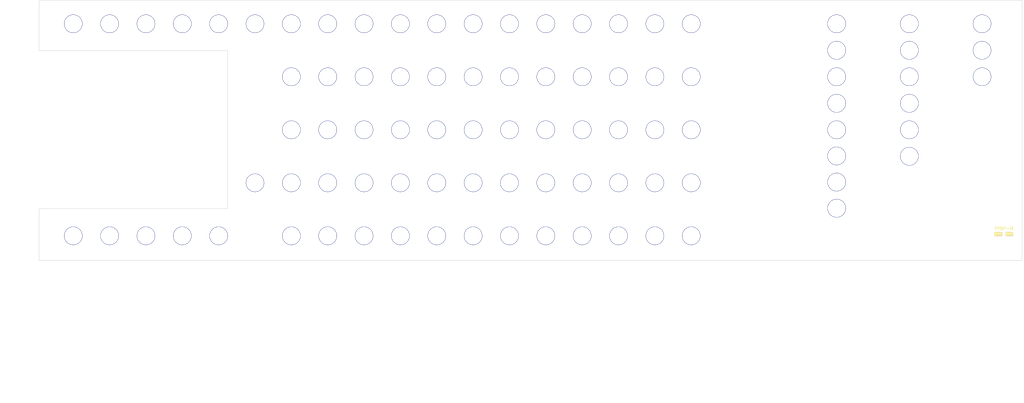
<source format=kicad_pcb>
(kicad_pcb (version 3) (host pcbnew "(2013-07-07 BZR 4022)-stable")

  (general
    (links 0)
    (no_connects 0)
    (area 8.849999 64.049999 290.550001 175.050001)
    (thickness 1.6)
    (drawings 21)
    (tracks 0)
    (zones 0)
    (modules 91)
    (nets 1)
  )

  (page A4)
  (layers
    (15 F.Cu signal)
    (0 B.Cu signal)
    (16 B.Adhes user)
    (17 F.Adhes user)
    (18 B.Paste user)
    (19 F.Paste user)
    (20 B.SilkS user)
    (21 F.SilkS user)
    (22 B.Mask user)
    (23 F.Mask user)
    (24 Dwgs.User user)
    (25 Cmts.User user)
    (26 Eco1.User user)
    (27 Eco2.User user)
    (28 Edge.Cuts user)
  )

  (setup
    (last_trace_width 0.508)
    (trace_clearance 0.254)
    (zone_clearance 0.508)
    (zone_45_only no)
    (trace_min 0.254)
    (segment_width 0.1)
    (edge_width 0.1)
    (via_size 0.889)
    (via_drill 0.635)
    (via_min_size 0.889)
    (via_min_drill 0.508)
    (uvia_size 0.508)
    (uvia_drill 0.127)
    (uvias_allowed no)
    (uvia_min_size 0.508)
    (uvia_min_drill 0.127)
    (pcb_text_width 0.3)
    (pcb_text_size 1.5 1.5)
    (mod_edge_width 0.01)
    (mod_text_size 1 1)
    (mod_text_width 0.15)
    (pad_size 2.032 1.032)
    (pad_drill 0)
    (pad_to_mask_clearance 0)
    (aux_axis_origin 0 0)
    (visible_elements 7FFFFB3F)
    (pcbplotparams
      (layerselection 278953984)
      (usegerberextensions true)
      (excludeedgelayer false)
      (linewidth 0.150000)
      (plotframeref false)
      (viasonmask false)
      (mode 1)
      (useauxorigin false)
      (hpglpennumber 1)
      (hpglpenspeed 20)
      (hpglpendiameter 15)
      (hpglpenoverlay 2)
      (psnegative false)
      (psa4output false)
      (plotreference true)
      (plotvalue true)
      (plotothertext true)
      (plotinvisibletext false)
      (padsonsilk false)
      (subtractmaskfromsilk true)
      (outputformat 1)
      (mirror false)
      (drillshape 0)
      (scaleselection 1)
      (outputdirectory gerber20190414/cover8/))
  )

  (net 0 "")

  (net_class Default "This is the default net class."
    (clearance 0.254)
    (trace_width 0.508)
    (via_dia 0.889)
    (via_drill 0.635)
    (uvia_dia 0.508)
    (uvia_drill 0.127)
    (add_net "")
  )

  (net_class Strong ""
    (clearance 0.381)
    (trace_width 0.508)
    (via_dia 0.889)
    (via_drill 0.635)
    (uvia_dia 0.508)
    (uvia_drill 0.127)
  )

  (module 1PIN_SMD (layer F.Cu) (tedit 5CD9B0D5) (tstamp 5CDA6C90)
    (at 286.5 128.5)
    (descr "module 1 pin (ou trou mecanique de percage)")
    (tags DEV)
    (path 1pin)
    (fp_text reference 1PIN_SMD (at 0 -3.50012) (layer F.SilkS) hide
      (effects (font (size 1.016 1.016) (thickness 0.254)))
    )
    (fp_text value P*** (at 0.24892 3.74904) (layer F.SilkS) hide
      (effects (font (size 1.016 1.016) (thickness 0.254)))
    )
    (pad 1 smd rect (at 0 0) (size 2.032 1.032)
      (layers F.Cu F.Paste F.SilkS F.Mask)
    )
  )

  (module 1PIN_SMD (layer F.Cu) (tedit 5CD9B061) (tstamp 5CDA6C02)
    (at 283.5 128.5)
    (descr "module 1 pin (ou trou mecanique de percage)")
    (tags DEV)
    (path 1pin)
    (fp_text reference 1PIN_SMD (at 0 -3.50012) (layer F.SilkS) hide
      (effects (font (size 1.016 1.016) (thickness 0.254)))
    )
    (fp_text value P*** (at 0.24892 3.74904) (layer F.SilkS) hide
      (effects (font (size 1.016 1.016) (thickness 0.254)))
    )
    (pad 1 smd rect (at 0 0) (size 2.032 1.032)
      (layers F.Cu F.Paste F.SilkS F.Mask)
    )
  )

  (module PIDP8-LED-COVER (layer F.Cu) (tedit 5C1F8BDD) (tstamp 548F22E4)
    (at 169 99.8)
    (descr "LED 3mm - Lead pitch 100mil (2,54mm)")
    (tags "LED led 3mm 3MM 100mil 2,54mm")
    (path /548EF5B2)
    (fp_text reference DMB9 (at 0 -5.5372) (layer F.SilkS) hide
      (effects (font (size 0.7 0.7) (thickness 0.025)))
    )
    (fp_text value LED (at 0 2.54) (layer F.SilkS) hide
      (effects (font (size 0.762 0.762) (thickness 0.0889)))
    )
    (pad "" np_thru_hole circle (at 0 0) (size 5.03 5.03) (drill 4.85)
      (layers *.Cu F.Mask)
    )
    (model discret/leds/led3_vertical_verde.wrl
      (at (xyz 0 0 0))
      (scale (xyz 1 1 1))
      (rotate (xyz 0 0 0))
    )
  )

  (module PIDP8-LED-COVER (layer F.Cu) (tedit 5C1F8BDD) (tstamp 548F22CB)
    (at 179 99.8)
    (descr "LED 3mm - Lead pitch 100mil (2,54mm)")
    (tags "LED led 3mm 3MM 100mil 2,54mm")
    (path /548EF5B8)
    (fp_text reference DMB10 (at 0 -5.5372) (layer F.SilkS) hide
      (effects (font (size 0.7 0.7) (thickness 0.025)))
    )
    (fp_text value LED (at 0 2.54) (layer F.SilkS) hide
      (effects (font (size 0.762 0.762) (thickness 0.0889)))
    )
    (pad "" np_thru_hole circle (at 0 0) (size 5.03 5.03) (drill 4.85)
      (layers *.Cu F.Mask)
    )
    (model discret/leds/led3_vertical_verde.wrl
      (at (xyz 0 0 0))
      (scale (xyz 1 1 1))
      (rotate (xyz 0 0 0))
    )
  )

  (module PIDP8-LED-COVER (layer F.Cu) (tedit 5C1F8BDD) (tstamp 548F22B2)
    (at 189 99.8)
    (descr "LED 3mm - Lead pitch 100mil (2,54mm)")
    (tags "LED led 3mm 3MM 100mil 2,54mm")
    (path /548EF5BE)
    (fp_text reference DMB11 (at 0 -5.5372) (layer F.SilkS) hide
      (effects (font (size 0.7 0.7) (thickness 0.025)))
    )
    (fp_text value LED (at 0 2.54) (layer F.SilkS) hide
      (effects (font (size 0.762 0.762) (thickness 0.0889)))
    )
    (pad "" np_thru_hole circle (at 0 0) (size 5.03 5.03) (drill 4.85)
      (layers *.Cu F.Mask)
    )
    (model discret/leds/led3_vertical_verde.wrl
      (at (xyz 0 0 0))
      (scale (xyz 1 1 1))
      (rotate (xyz 0 0 0))
    )
  )

  (module PIDP8-LED-COVER (layer F.Cu) (tedit 5C1F8BDD) (tstamp 548F2299)
    (at 199 99.8)
    (descr "LED 3mm - Lead pitch 100mil (2,54mm)")
    (tags "LED led 3mm 3MM 100mil 2,54mm")
    (path /548EF5C4)
    (fp_text reference DMB12 (at 0 -5.5372) (layer F.SilkS) hide
      (effects (font (size 0.7 0.7) (thickness 0.025)))
    )
    (fp_text value LED (at 0 2.54) (layer F.SilkS) hide
      (effects (font (size 0.762 0.762) (thickness 0.0889)))
    )
    (pad "" np_thru_hole circle (at 0 0) (size 5.03 5.03) (drill 4.85)
      (layers *.Cu F.Mask)
    )
    (model discret/leds/led3_vertical_verde.wrl
      (at (xyz 0 0 0))
      (scale (xyz 1 1 1))
      (rotate (xyz 0 0 0))
    )
  )

  (module PIDP8-LED-COVER (layer F.Cu) (tedit 5C1F8BDD) (tstamp 548F2280)
    (at 89 114.4)
    (descr "LED 3mm - Lead pitch 100mil (2,54mm)")
    (tags "LED led 3mm 3MM 100mil 2,54mm")
    (path /548EF5CC)
    (fp_text reference DAC1 (at 0 -5.5372) (layer F.SilkS) hide
      (effects (font (size 0.7 0.7) (thickness 0.025)))
    )
    (fp_text value LED (at 0 2.54) (layer F.SilkS) hide
      (effects (font (size 0.762 0.762) (thickness 0.0889)))
    )
    (pad "" np_thru_hole circle (at 0 0) (size 5.03 5.03) (drill 4.85)
      (layers *.Cu F.Mask)
    )
    (model discret/leds/led3_vertical_verde.wrl
      (at (xyz 0 0 0))
      (scale (xyz 1 1 1))
      (rotate (xyz 0 0 0))
    )
  )

  (module PIDP8-LED-COVER (layer F.Cu) (tedit 5C1F8BDD) (tstamp 548F2267)
    (at 99 114.4)
    (descr "LED 3mm - Lead pitch 100mil (2,54mm)")
    (tags "LED led 3mm 3MM 100mil 2,54mm")
    (path /548EF5E5)
    (fp_text reference DAC2 (at 0 -5.5372) (layer F.SilkS) hide
      (effects (font (size 0.7 0.7) (thickness 0.025)))
    )
    (fp_text value LED (at 0 2.54) (layer F.SilkS) hide
      (effects (font (size 0.762 0.762) (thickness 0.0889)))
    )
    (pad "" np_thru_hole circle (at 0 0) (size 5.03 5.03) (drill 4.85)
      (layers *.Cu F.Mask)
    )
    (model discret/leds/led3_vertical_verde.wrl
      (at (xyz 0 0 0))
      (scale (xyz 1 1 1))
      (rotate (xyz 0 0 0))
    )
  )

  (module PIDP8-LED-COVER (layer F.Cu) (tedit 5C1F8BDD) (tstamp 548F224E)
    (at 109 114.4)
    (descr "LED 3mm - Lead pitch 100mil (2,54mm)")
    (tags "LED led 3mm 3MM 100mil 2,54mm")
    (path /548EF5EB)
    (fp_text reference DAC3 (at 0 -5.5372) (layer F.SilkS) hide
      (effects (font (size 0.7 0.7) (thickness 0.025)))
    )
    (fp_text value LED (at 0 2.54) (layer F.SilkS) hide
      (effects (font (size 0.762 0.762) (thickness 0.0889)))
    )
    (pad "" np_thru_hole circle (at 0 0) (size 5.03 5.03) (drill 4.85)
      (layers *.Cu F.Mask)
    )
    (model discret/leds/led3_vertical_verde.wrl
      (at (xyz 0 0 0))
      (scale (xyz 1 1 1))
      (rotate (xyz 0 0 0))
    )
  )

  (module PIDP8-LED-COVER (layer F.Cu) (tedit 5C1F8BDD) (tstamp 548F2235)
    (at 119 114.4)
    (descr "LED 3mm - Lead pitch 100mil (2,54mm)")
    (tags "LED led 3mm 3MM 100mil 2,54mm")
    (path /548EF5F1)
    (fp_text reference DAC4 (at 0 -5.5372) (layer F.SilkS) hide
      (effects (font (size 0.7 0.7) (thickness 0.025)))
    )
    (fp_text value LED (at 0 2.54) (layer F.SilkS) hide
      (effects (font (size 0.762 0.762) (thickness 0.0889)))
    )
    (pad "" np_thru_hole circle (at 0 0) (size 5.03 5.03) (drill 4.85)
      (layers *.Cu F.Mask)
    )
    (model discret/leds/led3_vertical_verde.wrl
      (at (xyz 0 0 0))
      (scale (xyz 1 1 1))
      (rotate (xyz 0 0 0))
    )
  )

  (module PIDP8-LED-COVER (layer F.Cu) (tedit 5C1F8BDD) (tstamp 548F221C)
    (at 129 114.4)
    (descr "LED 3mm - Lead pitch 100mil (2,54mm)")
    (tags "LED led 3mm 3MM 100mil 2,54mm")
    (path /548EF5F7)
    (fp_text reference DAC5 (at 0 -5.5372) (layer F.SilkS) hide
      (effects (font (size 0.7 0.7) (thickness 0.025)))
    )
    (fp_text value LED (at 0 2.54) (layer F.SilkS) hide
      (effects (font (size 0.762 0.762) (thickness 0.0889)))
    )
    (pad "" np_thru_hole circle (at 0 0) (size 5.03 5.03) (drill 4.85)
      (layers *.Cu F.Mask)
    )
    (model discret/leds/led3_vertical_verde.wrl
      (at (xyz 0 0 0))
      (scale (xyz 1 1 1))
      (rotate (xyz 0 0 0))
    )
  )

  (module PIDP8-LED-COVER (layer F.Cu) (tedit 5C1F8BDD) (tstamp 548F2203)
    (at 139 114.4)
    (descr "LED 3mm - Lead pitch 100mil (2,54mm)")
    (tags "LED led 3mm 3MM 100mil 2,54mm")
    (path /548EF5FD)
    (fp_text reference DAC6 (at 0 -5.5372) (layer F.SilkS) hide
      (effects (font (size 0.7 0.7) (thickness 0.025)))
    )
    (fp_text value LED (at 0 2.54) (layer F.SilkS) hide
      (effects (font (size 0.762 0.762) (thickness 0.0889)))
    )
    (pad "" np_thru_hole circle (at 0 0) (size 5.03 5.03) (drill 4.85)
      (layers *.Cu F.Mask)
    )
    (model discret/leds/led3_vertical_verde.wrl
      (at (xyz 0 0 0))
      (scale (xyz 1 1 1))
      (rotate (xyz 0 0 0))
    )
  )

  (module PIDP8-LED-COVER (layer F.Cu) (tedit 5C1F8BDD) (tstamp 548F21EA)
    (at 149 114.4)
    (descr "LED 3mm - Lead pitch 100mil (2,54mm)")
    (tags "LED led 3mm 3MM 100mil 2,54mm")
    (path /548EF603)
    (fp_text reference DAC7 (at 0 -5.5372) (layer F.SilkS) hide
      (effects (font (size 0.7 0.7) (thickness 0.025)))
    )
    (fp_text value LED (at 0 2.54) (layer F.SilkS) hide
      (effects (font (size 0.762 0.762) (thickness 0.0889)))
    )
    (pad "" np_thru_hole circle (at 0 0) (size 5.03 5.03) (drill 4.85)
      (layers *.Cu F.Mask)
    )
    (model discret/leds/led3_vertical_verde.wrl
      (at (xyz 0 0 0))
      (scale (xyz 1 1 1))
      (rotate (xyz 0 0 0))
    )
  )

  (module PIDP8-LED-COVER (layer F.Cu) (tedit 5C1F8BDD) (tstamp 548F21D1)
    (at 159 114.4)
    (descr "LED 3mm - Lead pitch 100mil (2,54mm)")
    (tags "LED led 3mm 3MM 100mil 2,54mm")
    (path /548EF609)
    (fp_text reference DAC8 (at 0 -5.5372) (layer F.SilkS) hide
      (effects (font (size 0.7 0.7) (thickness 0.025)))
    )
    (fp_text value LED (at 0 2.54) (layer F.SilkS) hide
      (effects (font (size 0.762 0.762) (thickness 0.0889)))
    )
    (pad "" np_thru_hole circle (at 0 0) (size 5.03 5.03) (drill 4.85)
      (layers *.Cu F.Mask)
    )
    (model discret/leds/led3_vertical_verde.wrl
      (at (xyz 0 0 0))
      (scale (xyz 1 1 1))
      (rotate (xyz 0 0 0))
    )
  )

  (module PIDP8-LED-COVER (layer F.Cu) (tedit 5C1F8BDD) (tstamp 548F21B8)
    (at 169 114.4)
    (descr "LED 3mm - Lead pitch 100mil (2,54mm)")
    (tags "LED led 3mm 3MM 100mil 2,54mm")
    (path /548EF60F)
    (fp_text reference DAC9 (at 0 -5.5372) (layer F.SilkS) hide
      (effects (font (size 0.7 0.7) (thickness 0.025)))
    )
    (fp_text value LED (at 0 2.54) (layer F.SilkS) hide
      (effects (font (size 0.762 0.762) (thickness 0.0889)))
    )
    (pad "" np_thru_hole circle (at 0 0) (size 5.03 5.03) (drill 4.85)
      (layers *.Cu F.Mask)
    )
    (model discret/leds/led3_vertical_verde.wrl
      (at (xyz 0 0 0))
      (scale (xyz 1 1 1))
      (rotate (xyz 0 0 0))
    )
  )

  (module PIDP8-LED-COVER (layer F.Cu) (tedit 5C1F8BDD) (tstamp 548F219F)
    (at 179 114.4)
    (descr "LED 3mm - Lead pitch 100mil (2,54mm)")
    (tags "LED led 3mm 3MM 100mil 2,54mm")
    (path /548EF615)
    (fp_text reference DAC10 (at 0 -5.5372) (layer F.SilkS) hide
      (effects (font (size 0.7 0.7) (thickness 0.025)))
    )
    (fp_text value LED (at 0 2.54) (layer F.SilkS) hide
      (effects (font (size 0.762 0.762) (thickness 0.0889)))
    )
    (pad "" np_thru_hole circle (at 0 0) (size 5.03 5.03) (drill 4.85)
      (layers *.Cu F.Mask)
    )
    (model discret/leds/led3_vertical_verde.wrl
      (at (xyz 0 0 0))
      (scale (xyz 1 1 1))
      (rotate (xyz 0 0 0))
    )
  )

  (module PIDP8-LED-COVER (layer F.Cu) (tedit 5C1F8BDD) (tstamp 548F2186)
    (at 89 70.6)
    (descr "LED 3mm - Lead pitch 100mil (2,54mm)")
    (tags "LED led 3mm 3MM 100mil 2,54mm")
    (path /548EF34A)
    (fp_text reference DPC1 (at 0 -5.5372) (layer F.SilkS) hide
      (effects (font (size 0.7 0.7) (thickness 0.025)))
    )
    (fp_text value LED (at 0 2.54) (layer F.SilkS) hide
      (effects (font (size 0.762 0.762) (thickness 0.0889)))
    )
    (pad "" np_thru_hole circle (at 0 0) (size 5.03 5.03) (drill 4.85)
      (layers *.Cu F.Mask)
    )
    (model discret/leds/led3_vertical_verde.wrl
      (at (xyz 0 0 0))
      (scale (xyz 1 1 1))
      (rotate (xyz 0 0 0))
    )
  )

  (module PIDP8-LED-COVER (layer F.Cu) (tedit 5C1F8BDD) (tstamp 548F216D)
    (at 199 114.4)
    (descr "LED 3mm - Lead pitch 100mil (2,54mm)")
    (tags "LED led 3mm 3MM 100mil 2,54mm")
    (path /548EF621)
    (fp_text reference DAC12 (at 0 -5.5372) (layer F.SilkS) hide
      (effects (font (size 0.7 0.7) (thickness 0.025)))
    )
    (fp_text value LED (at 0 2.54) (layer F.SilkS) hide
      (effects (font (size 0.762 0.762) (thickness 0.0889)))
    )
    (pad "" np_thru_hole circle (at 0 0) (size 5.03 5.03) (drill 4.85)
      (layers *.Cu F.Mask)
    )
    (model discret/leds/led3_vertical_verde.wrl
      (at (xyz 0 0 0))
      (scale (xyz 1 1 1))
      (rotate (xyz 0 0 0))
    )
  )

  (module PIDP8-LED-COVER (layer F.Cu) (tedit 5C1F8BDD) (tstamp 548F2154)
    (at 89 129)
    (descr "LED 3mm - Lead pitch 100mil (2,54mm)")
    (tags "LED led 3mm 3MM 100mil 2,54mm")
    (path /548EF629)
    (fp_text reference DMQ1 (at 0 -5.5372) (layer F.SilkS) hide
      (effects (font (size 0.7 0.7) (thickness 0.025)))
    )
    (fp_text value LED (at 0 2.54) (layer F.SilkS) hide
      (effects (font (size 0.762 0.762) (thickness 0.0889)))
    )
    (pad "" np_thru_hole circle (at 0 0) (size 5.03 5.03) (drill 4.85)
      (layers *.Cu F.Mask)
    )
    (model discret/leds/led3_vertical_verde.wrl
      (at (xyz 0 0 0))
      (scale (xyz 1 1 1))
      (rotate (xyz 0 0 0))
    )
  )

  (module PIDP8-LED-COVER (layer F.Cu) (tedit 5C1F8BDD) (tstamp 548F213B)
    (at 99 129)
    (descr "LED 3mm - Lead pitch 100mil (2,54mm)")
    (tags "LED led 3mm 3MM 100mil 2,54mm")
    (path /548EF642)
    (fp_text reference DMQ2 (at 0 -5.5372) (layer F.SilkS) hide
      (effects (font (size 0.7 0.7) (thickness 0.025)))
    )
    (fp_text value LED (at 0 2.54) (layer F.SilkS) hide
      (effects (font (size 0.762 0.762) (thickness 0.0889)))
    )
    (pad "" np_thru_hole circle (at 0 0) (size 5.03 5.03) (drill 4.85)
      (layers *.Cu F.Mask)
    )
    (model discret/leds/led3_vertical_verde.wrl
      (at (xyz 0 0 0))
      (scale (xyz 1 1 1))
      (rotate (xyz 0 0 0))
    )
  )

  (module PIDP8-LED-COVER (layer F.Cu) (tedit 5C1F8BDD) (tstamp 548F2122)
    (at 109 129)
    (descr "LED 3mm - Lead pitch 100mil (2,54mm)")
    (tags "LED led 3mm 3MM 100mil 2,54mm")
    (path /548EF648)
    (fp_text reference DMQ3 (at 0 -5.5372) (layer F.SilkS) hide
      (effects (font (size 0.7 0.7) (thickness 0.025)))
    )
    (fp_text value LED (at 0 2.54) (layer F.SilkS) hide
      (effects (font (size 0.762 0.762) (thickness 0.0889)))
    )
    (pad "" np_thru_hole circle (at 0 0) (size 5.03 5.03) (drill 4.85)
      (layers *.Cu F.Mask)
    )
    (model discret/leds/led3_vertical_verde.wrl
      (at (xyz 0 0 0))
      (scale (xyz 1 1 1))
      (rotate (xyz 0 0 0))
    )
  )

  (module PIDP8-LED-COVER (layer F.Cu) (tedit 5C1F8BDD) (tstamp 548F2109)
    (at 119 129)
    (descr "LED 3mm - Lead pitch 100mil (2,54mm)")
    (tags "LED led 3mm 3MM 100mil 2,54mm")
    (path /548EF64E)
    (fp_text reference DMQ4 (at 0 -5.5372) (layer F.SilkS) hide
      (effects (font (size 0.7 0.7) (thickness 0.025)))
    )
    (fp_text value LED (at 0 2.54) (layer F.SilkS) hide
      (effects (font (size 0.762 0.762) (thickness 0.0889)))
    )
    (pad "" np_thru_hole circle (at 0 0) (size 5.03 5.03) (drill 4.85)
      (layers *.Cu F.Mask)
    )
    (model discret/leds/led3_vertical_verde.wrl
      (at (xyz 0 0 0))
      (scale (xyz 1 1 1))
      (rotate (xyz 0 0 0))
    )
  )

  (module PIDP8-LED-COVER (layer F.Cu) (tedit 5C1F8BDD) (tstamp 548F20F0)
    (at 129 129)
    (descr "LED 3mm - Lead pitch 100mil (2,54mm)")
    (tags "LED led 3mm 3MM 100mil 2,54mm")
    (path /548EF654)
    (fp_text reference DMQ5 (at 0 -5.5372) (layer F.SilkS) hide
      (effects (font (size 0.7 0.7) (thickness 0.025)))
    )
    (fp_text value LED (at 0 2.54) (layer F.SilkS) hide
      (effects (font (size 0.762 0.762) (thickness 0.0889)))
    )
    (pad "" np_thru_hole circle (at 0 0) (size 5.03 5.03) (drill 4.85)
      (layers *.Cu F.Mask)
    )
    (model discret/leds/led3_vertical_verde.wrl
      (at (xyz 0 0 0))
      (scale (xyz 1 1 1))
      (rotate (xyz 0 0 0))
    )
  )

  (module PIDP8-LED-COVER (layer F.Cu) (tedit 5C1F8BDD) (tstamp 548F20D7)
    (at 139 129)
    (descr "LED 3mm - Lead pitch 100mil (2,54mm)")
    (tags "LED led 3mm 3MM 100mil 2,54mm")
    (path /548EF65A)
    (fp_text reference DMQ6 (at 0 -5.5372) (layer F.SilkS) hide
      (effects (font (size 0.7 0.7) (thickness 0.025)))
    )
    (fp_text value LED (at 0 2.54) (layer F.SilkS) hide
      (effects (font (size 0.762 0.762) (thickness 0.0889)))
    )
    (pad "" np_thru_hole circle (at 0 0) (size 5.03 5.03) (drill 4.85)
      (layers *.Cu F.Mask)
    )
    (model discret/leds/led3_vertical_verde.wrl
      (at (xyz 0 0 0))
      (scale (xyz 1 1 1))
      (rotate (xyz 0 0 0))
    )
  )

  (module PIDP8-LED-COVER (layer F.Cu) (tedit 5C1F8BDD) (tstamp 548F20BE)
    (at 149 129)
    (descr "LED 3mm - Lead pitch 100mil (2,54mm)")
    (tags "LED led 3mm 3MM 100mil 2,54mm")
    (path /548EF660)
    (fp_text reference DMQ7 (at 0 -5.5372) (layer F.SilkS) hide
      (effects (font (size 0.7 0.7) (thickness 0.025)))
    )
    (fp_text value LED (at 0 2.54) (layer F.SilkS) hide
      (effects (font (size 0.762 0.762) (thickness 0.0889)))
    )
    (pad "" np_thru_hole circle (at 0 0) (size 5.03 5.03) (drill 4.85)
      (layers *.Cu F.Mask)
    )
    (model discret/leds/led3_vertical_verde.wrl
      (at (xyz 0 0 0))
      (scale (xyz 1 1 1))
      (rotate (xyz 0 0 0))
    )
  )

  (module PIDP8-LED-COVER (layer F.Cu) (tedit 5C1F8BDD) (tstamp 548F20A5)
    (at 159 129)
    (descr "LED 3mm - Lead pitch 100mil (2,54mm)")
    (tags "LED led 3mm 3MM 100mil 2,54mm")
    (path /548EF666)
    (fp_text reference DMQ8 (at 0 -5.5372) (layer F.SilkS) hide
      (effects (font (size 0.7 0.7) (thickness 0.025)))
    )
    (fp_text value LED (at 0 2.54) (layer F.SilkS) hide
      (effects (font (size 0.762 0.762) (thickness 0.0889)))
    )
    (pad "" np_thru_hole circle (at 0 0) (size 5.03 5.03) (drill 4.85)
      (layers *.Cu F.Mask)
    )
    (model discret/leds/led3_vertical_verde.wrl
      (at (xyz 0 0 0))
      (scale (xyz 1 1 1))
      (rotate (xyz 0 0 0))
    )
  )

  (module PIDP8-LED-COVER (layer F.Cu) (tedit 5C1F8BDD) (tstamp 548F208C)
    (at 169 129)
    (descr "LED 3mm - Lead pitch 100mil (2,54mm)")
    (tags "LED led 3mm 3MM 100mil 2,54mm")
    (path /548EF66C)
    (fp_text reference DMQ9 (at 0 -5.5372) (layer F.SilkS) hide
      (effects (font (size 0.7 0.7) (thickness 0.025)))
    )
    (fp_text value LED (at 0 2.54) (layer F.SilkS) hide
      (effects (font (size 0.762 0.762) (thickness 0.0889)))
    )
    (pad "" np_thru_hole circle (at 0 0) (size 5.03 5.03) (drill 4.85)
      (layers *.Cu F.Mask)
    )
    (model discret/leds/led3_vertical_verde.wrl
      (at (xyz 0 0 0))
      (scale (xyz 1 1 1))
      (rotate (xyz 0 0 0))
    )
  )

  (module PIDP8-LED-COVER (layer F.Cu) (tedit 5C1F8BDD) (tstamp 548F2073)
    (at 179 129)
    (descr "LED 3mm - Lead pitch 100mil (2,54mm)")
    (tags "LED led 3mm 3MM 100mil 2,54mm")
    (path /548EF672)
    (fp_text reference DMQ10 (at 0 -5.5372) (layer F.SilkS) hide
      (effects (font (size 0.7 0.7) (thickness 0.025)))
    )
    (fp_text value LED (at 0 2.54) (layer F.SilkS) hide
      (effects (font (size 0.762 0.762) (thickness 0.0889)))
    )
    (pad "" np_thru_hole circle (at 0 0) (size 5.03 5.03) (drill 4.85)
      (layers *.Cu F.Mask)
    )
    (model discret/leds/led3_vertical_verde.wrl
      (at (xyz 0 0 0))
      (scale (xyz 1 1 1))
      (rotate (xyz 0 0 0))
    )
  )

  (module PIDP8-LED-COVER (layer F.Cu) (tedit 5C1F8BDD) (tstamp 548F205A)
    (at 189 129)
    (descr "LED 3mm - Lead pitch 100mil (2,54mm)")
    (tags "LED led 3mm 3MM 100mil 2,54mm")
    (path /548EF678)
    (fp_text reference DMQ11 (at 0 -5.5372) (layer F.SilkS) hide
      (effects (font (size 0.7 0.7) (thickness 0.025)))
    )
    (fp_text value LED (at 0 2.54) (layer F.SilkS) hide
      (effects (font (size 0.762 0.762) (thickness 0.0889)))
    )
    (pad "" np_thru_hole circle (at 0 0) (size 5.03 5.03) (drill 4.85)
      (layers *.Cu F.Mask)
    )
    (model discret/leds/led3_vertical_verde.wrl
      (at (xyz 0 0 0))
      (scale (xyz 1 1 1))
      (rotate (xyz 0 0 0))
    )
  )

  (module PIDP8-LED-COVER (layer F.Cu) (tedit 5C1F8BDD) (tstamp 548F2041)
    (at 199 129)
    (descr "LED 3mm - Lead pitch 100mil (2,54mm)")
    (tags "LED led 3mm 3MM 100mil 2,54mm")
    (path /548EF67E)
    (fp_text reference DMQ12 (at 0 -5.5372) (layer F.SilkS) hide
      (effects (font (size 0.7 0.7) (thickness 0.025)))
    )
    (fp_text value LED (at 0 2.54) (layer F.SilkS) hide
      (effects (font (size 0.762 0.762) (thickness 0.0889)))
    )
    (pad "" np_thru_hole circle (at 0 0) (size 5.03 5.03) (drill 4.85)
      (layers *.Cu F.Mask)
    )
    (model discret/leds/led3_vertical_verde.wrl
      (at (xyz 0 0 0))
      (scale (xyz 1 1 1))
      (rotate (xyz 0 0 0))
    )
  )

  (module PIDP8-LED-COVER (layer F.Cu) (tedit 5C1F8BDD) (tstamp 548F2028)
    (at 79 114.4)
    (descr "LED 3mm - Lead pitch 100mil (2,54mm)")
    (tags "LED led 3mm 3MM 100mil 2,54mm")
    (path /548EF686)
    (fp_text reference DLINK1 (at 0 -5.5372) (layer F.SilkS) hide
      (effects (font (size 0.7 0.7) (thickness 0.025)))
    )
    (fp_text value LED (at 0 2.54) (layer F.SilkS) hide
      (effects (font (size 0.762 0.762) (thickness 0.0889)))
    )
    (pad "" np_thru_hole circle (at 0 0) (size 5.03 5.03) (drill 4.85)
      (layers *.Cu F.Mask)
    )
    (model discret/leds/led3_vertical_verde.wrl
      (at (xyz 0 0 0))
      (scale (xyz 1 1 1))
      (rotate (xyz 0 0 0))
    )
  )

  (module PIDP8-LED-COVER (layer F.Cu) (tedit 5C1F8BDD) (tstamp 548F200F)
    (at 29 129)
    (descr "LED 3mm - Lead pitch 100mil (2,54mm)")
    (tags "LED led 3mm 3MM 100mil 2,54mm")
    (path /548EF6A1)
    (fp_text reference DSC1 (at 0 -5.5372) (layer F.SilkS) hide
      (effects (font (size 0.7 0.7) (thickness 0.025)))
    )
    (fp_text value LED (at 0 2.54) (layer F.SilkS) hide
      (effects (font (size 0.762 0.762) (thickness 0.0889)))
    )
    (pad "" np_thru_hole circle (at 0 0) (size 5.03 5.03) (drill 4.85)
      (layers *.Cu F.Mask)
    )
    (model discret/leds/led3_vertical_verde.wrl
      (at (xyz 0 0 0))
      (scale (xyz 1 1 1))
      (rotate (xyz 0 0 0))
    )
  )

  (module PIDP8-LED-COVER (layer F.Cu) (tedit 5C1F8BDD) (tstamp 548F1FF6)
    (at 189 114.4)
    (descr "LED 3mm - Lead pitch 100mil (2,54mm)")
    (tags "LED led 3mm 3MM 100mil 2,54mm")
    (path /548EF61B)
    (fp_text reference DAC11 (at 0 -5.5372) (layer F.SilkS) hide
      (effects (font (size 0.7 0.7) (thickness 0.025)))
    )
    (fp_text value LED (at 0 2.54) (layer F.SilkS) hide
      (effects (font (size 0.762 0.762) (thickness 0.0889)))
    )
    (pad "" np_thru_hole circle (at 0 0) (size 5.03 5.03) (drill 4.85)
      (layers *.Cu F.Mask)
    )
    (model discret/leds/led3_vertical_verde.wrl
      (at (xyz 0 0 0))
      (scale (xyz 1 1 1))
      (rotate (xyz 0 0 0))
    )
  )

  (module PIDP8-LED-COVER (layer F.Cu) (tedit 5C1F8BDD) (tstamp 548F1FDD)
    (at 99 70.6)
    (descr "LED 3mm - Lead pitch 100mil (2,54mm)")
    (tags "LED led 3mm 3MM 100mil 2,54mm")
    (path /548EF399)
    (fp_text reference DPC2 (at 0 -5.5372) (layer F.SilkS) hide
      (effects (font (size 0.7 0.7) (thickness 0.025)))
    )
    (fp_text value LED (at 0 2.54) (layer F.SilkS) hide
      (effects (font (size 0.762 0.762) (thickness 0.0889)))
    )
    (pad "" np_thru_hole circle (at 0 0) (size 5.03 5.03) (drill 4.85)
      (layers *.Cu F.Mask)
    )
    (model discret/leds/led3_vertical_verde.wrl
      (at (xyz 0 0 0))
      (scale (xyz 1 1 1))
      (rotate (xyz 0 0 0))
    )
  )

  (module PIDP8-LED-COVER (layer F.Cu) (tedit 5C1F8BDD) (tstamp 548F1FC4)
    (at 109 70.6)
    (descr "LED 3mm - Lead pitch 100mil (2,54mm)")
    (tags "LED led 3mm 3MM 100mil 2,54mm")
    (path /548EF3AC)
    (fp_text reference DPC3 (at 0 -5.5372) (layer F.SilkS) hide
      (effects (font (size 0.7 0.7) (thickness 0.025)))
    )
    (fp_text value LED (at 0 2.54) (layer F.SilkS) hide
      (effects (font (size 0.762 0.762) (thickness 0.0889)))
    )
    (pad "" np_thru_hole circle (at 0 0) (size 5.03 5.03) (drill 4.85)
      (layers *.Cu F.Mask)
    )
    (model discret/leds/led3_vertical_verde.wrl
      (at (xyz 0 0 0))
      (scale (xyz 1 1 1))
      (rotate (xyz 0 0 0))
    )
  )

  (module PIDP8-LED-COVER (layer F.Cu) (tedit 5C1F8BDD) (tstamp 548F1FAB)
    (at 119 70.6)
    (descr "LED 3mm - Lead pitch 100mil (2,54mm)")
    (tags "LED led 3mm 3MM 100mil 2,54mm")
    (path /548EF3B2)
    (fp_text reference DPC4 (at 0 -5.5372) (layer F.SilkS) hide
      (effects (font (size 0.7 0.7) (thickness 0.025)))
    )
    (fp_text value LED (at 0 2.54) (layer F.SilkS) hide
      (effects (font (size 0.762 0.762) (thickness 0.0889)))
    )
    (pad "" np_thru_hole circle (at 0 0) (size 5.03 5.03) (drill 4.85)
      (layers *.Cu F.Mask)
    )
    (model discret/leds/led3_vertical_verde.wrl
      (at (xyz 0 0 0))
      (scale (xyz 1 1 1))
      (rotate (xyz 0 0 0))
    )
  )

  (module PIDP8-LED-COVER (layer F.Cu) (tedit 5C1F8BDD) (tstamp 548F1F92)
    (at 129 70.6)
    (descr "LED 3mm - Lead pitch 100mil (2,54mm)")
    (tags "LED led 3mm 3MM 100mil 2,54mm")
    (path /548EF3B8)
    (fp_text reference DPC5 (at 0 -5.5372) (layer F.SilkS) hide
      (effects (font (size 0.7 0.7) (thickness 0.025)))
    )
    (fp_text value LED (at 0 2.54) (layer F.SilkS) hide
      (effects (font (size 0.762 0.762) (thickness 0.0889)))
    )
    (pad "" np_thru_hole circle (at 0 0) (size 5.03 5.03) (drill 4.85)
      (layers *.Cu F.Mask)
    )
    (model discret/leds/led3_vertical_verde.wrl
      (at (xyz 0 0 0))
      (scale (xyz 1 1 1))
      (rotate (xyz 0 0 0))
    )
  )

  (module PIDP8-LED-COVER (layer F.Cu) (tedit 5C1F8BDD) (tstamp 548F1F79)
    (at 139 70.6)
    (descr "LED 3mm - Lead pitch 100mil (2,54mm)")
    (tags "LED led 3mm 3MM 100mil 2,54mm")
    (path /548EF3BE)
    (fp_text reference DPC6 (at 0 -5.5372) (layer F.SilkS) hide
      (effects (font (size 0.7 0.7) (thickness 0.025)))
    )
    (fp_text value LED (at 0 2.54) (layer F.SilkS) hide
      (effects (font (size 0.762 0.762) (thickness 0.0889)))
    )
    (pad "" np_thru_hole circle (at 0 0) (size 5.03 5.03) (drill 4.85)
      (layers *.Cu F.Mask)
    )
    (model discret/leds/led3_vertical_verde.wrl
      (at (xyz 0 0 0))
      (scale (xyz 1 1 1))
      (rotate (xyz 0 0 0))
    )
  )

  (module PIDP8-LED-COVER (layer F.Cu) (tedit 5C1F8BDD) (tstamp 548F1F60)
    (at 149 70.6)
    (descr "LED 3mm - Lead pitch 100mil (2,54mm)")
    (tags "LED led 3mm 3MM 100mil 2,54mm")
    (path /548EF3C4)
    (fp_text reference DPC7 (at 0 -5.5372) (layer F.SilkS) hide
      (effects (font (size 0.7 0.7) (thickness 0.025)))
    )
    (fp_text value LED (at 0 2.54) (layer F.SilkS) hide
      (effects (font (size 0.762 0.762) (thickness 0.0889)))
    )
    (pad "" np_thru_hole circle (at 0 0) (size 5.03 5.03) (drill 4.85)
      (layers *.Cu F.Mask)
    )
    (model discret/leds/led3_vertical_verde.wrl
      (at (xyz 0 0 0))
      (scale (xyz 1 1 1))
      (rotate (xyz 0 0 0))
    )
  )

  (module PIDP8-LED-COVER (layer F.Cu) (tedit 5C1F8BDD) (tstamp 548F1F47)
    (at 159 70.6)
    (descr "LED 3mm - Lead pitch 100mil (2,54mm)")
    (tags "LED led 3mm 3MM 100mil 2,54mm")
    (path /548EF3CA)
    (fp_text reference DPC8 (at 0 -5.5372) (layer F.SilkS) hide
      (effects (font (size 0.7 0.7) (thickness 0.025)))
    )
    (fp_text value LED (at 0 2.54) (layer F.SilkS) hide
      (effects (font (size 0.762 0.762) (thickness 0.0889)))
    )
    (pad "" np_thru_hole circle (at 0 0) (size 5.03 5.03) (drill 4.85)
      (layers *.Cu F.Mask)
    )
    (model discret/leds/led3_vertical_verde.wrl
      (at (xyz 0 0 0))
      (scale (xyz 1 1 1))
      (rotate (xyz 0 0 0))
    )
  )

  (module PIDP8-LED-COVER (layer F.Cu) (tedit 5C1F8BDD) (tstamp 548F1F2E)
    (at 169 70.6)
    (descr "LED 3mm - Lead pitch 100mil (2,54mm)")
    (tags "LED led 3mm 3MM 100mil 2,54mm")
    (path /548EF3D0)
    (fp_text reference DPC9 (at 0 -5.5372) (layer F.SilkS) hide
      (effects (font (size 0.7 0.7) (thickness 0.025)))
    )
    (fp_text value LED (at 0 2.54) (layer F.SilkS) hide
      (effects (font (size 0.762 0.762) (thickness 0.0889)))
    )
    (pad "" np_thru_hole circle (at 0 0) (size 5.03 5.03) (drill 4.85)
      (layers *.Cu F.Mask)
    )
    (model discret/leds/led3_vertical_verde.wrl
      (at (xyz 0 0 0))
      (scale (xyz 1 1 1))
      (rotate (xyz 0 0 0))
    )
  )

  (module PIDP8-LED-COVER (layer F.Cu) (tedit 5C1F8BDD) (tstamp 548F1F15)
    (at 179 70.6)
    (descr "LED 3mm - Lead pitch 100mil (2,54mm)")
    (tags "LED led 3mm 3MM 100mil 2,54mm")
    (path /548EF3D6)
    (fp_text reference DPC10 (at 0 -5.5372) (layer F.SilkS) hide
      (effects (font (size 0.7 0.7) (thickness 0.025)))
    )
    (fp_text value LED (at 0 2.54) (layer F.SilkS) hide
      (effects (font (size 0.762 0.762) (thickness 0.0889)))
    )
    (pad "" np_thru_hole circle (at 0 0) (size 5.03 5.03) (drill 4.85)
      (layers *.Cu F.Mask)
    )
    (model discret/leds/led3_vertical_verde.wrl
      (at (xyz 0 0 0))
      (scale (xyz 1 1 1))
      (rotate (xyz 0 0 0))
    )
  )

  (module PIDP8-LED-COVER (layer F.Cu) (tedit 5C1F8BDD) (tstamp 548F1EFC)
    (at 189 70.6)
    (descr "LED 3mm - Lead pitch 100mil (2,54mm)")
    (tags "LED led 3mm 3MM 100mil 2,54mm")
    (path /548EF3DC)
    (fp_text reference DPC11 (at 0 -5.5372) (layer F.SilkS) hide
      (effects (font (size 0.7 0.7) (thickness 0.025)))
    )
    (fp_text value LED (at 0 2.54) (layer F.SilkS) hide
      (effects (font (size 0.762 0.762) (thickness 0.0889)))
    )
    (pad "" np_thru_hole circle (at 0 0) (size 5.03 5.03) (drill 4.85)
      (layers *.Cu F.Mask)
    )
    (model discret/leds/led3_vertical_verde.wrl
      (at (xyz 0 0 0))
      (scale (xyz 1 1 1))
      (rotate (xyz 0 0 0))
    )
  )

  (module PIDP8-LED-COVER (layer F.Cu) (tedit 5C1F8BDD) (tstamp 548F1EE3)
    (at 199 70.6)
    (descr "LED 3mm - Lead pitch 100mil (2,54mm)")
    (tags "LED led 3mm 3MM 100mil 2,54mm")
    (path /548EF3E2)
    (fp_text reference DPC12 (at 0 -5.5372) (layer F.SilkS) hide
      (effects (font (size 0.7 0.7) (thickness 0.025)))
    )
    (fp_text value LED (at 0 2.54) (layer F.SilkS) hide
      (effects (font (size 0.762 0.762) (thickness 0.0889)))
    )
    (pad "" np_thru_hole circle (at 0 0) (size 5.03 5.03) (drill 4.85)
      (layers *.Cu F.Mask)
    )
    (model discret/leds/led3_vertical_verde.wrl
      (at (xyz 0 0 0))
      (scale (xyz 1 1 1))
      (rotate (xyz 0 0 0))
    )
  )

  (module PIDP8-LED-COVER (layer F.Cu) (tedit 5C1F8BDD) (tstamp 548F1ECA)
    (at 89 85.2)
    (descr "LED 3mm - Lead pitch 100mil (2,54mm)")
    (tags "LED led 3mm 3MM 100mil 2,54mm")
    (path /548EF463)
    (fp_text reference DMA1 (at 0 -5.5372) (layer F.SilkS) hide
      (effects (font (size 0.7 0.7) (thickness 0.025)))
    )
    (fp_text value LED (at 0 2.54) (layer F.SilkS) hide
      (effects (font (size 0.762 0.762) (thickness 0.0889)))
    )
    (pad "" np_thru_hole circle (at 0 0) (size 5.03 5.03) (drill 4.85)
      (layers *.Cu F.Mask)
    )
    (model discret/leds/led3_vertical_verde.wrl
      (at (xyz 0 0 0))
      (scale (xyz 1 1 1))
      (rotate (xyz 0 0 0))
    )
  )

  (module PIDP8-LED-COVER (layer F.Cu) (tedit 5C1F8BDD) (tstamp 548F1EB1)
    (at 99 85.2)
    (descr "LED 3mm - Lead pitch 100mil (2,54mm)")
    (tags "LED led 3mm 3MM 100mil 2,54mm")
    (path /548EF47C)
    (fp_text reference DMA2 (at 0 -5.5372) (layer F.SilkS) hide
      (effects (font (size 0.7 0.7) (thickness 0.025)))
    )
    (fp_text value LED (at 0 2.54) (layer F.SilkS) hide
      (effects (font (size 0.762 0.762) (thickness 0.0889)))
    )
    (pad "" np_thru_hole circle (at 0 0) (size 5.03 5.03) (drill 4.85)
      (layers *.Cu F.Mask)
    )
    (model discret/leds/led3_vertical_verde.wrl
      (at (xyz 0 0 0))
      (scale (xyz 1 1 1))
      (rotate (xyz 0 0 0))
    )
  )

  (module PIDP8-LED-COVER (layer F.Cu) (tedit 5C1F8BDD) (tstamp 548F1E98)
    (at 109 85.2)
    (descr "LED 3mm - Lead pitch 100mil (2,54mm)")
    (tags "LED led 3mm 3MM 100mil 2,54mm")
    (path /548EF482)
    (fp_text reference DMA3 (at 0 -5.5372) (layer F.SilkS) hide
      (effects (font (size 0.7 0.7) (thickness 0.025)))
    )
    (fp_text value LED (at 0 2.54) (layer F.SilkS) hide
      (effects (font (size 0.762 0.762) (thickness 0.0889)))
    )
    (pad "" np_thru_hole circle (at 0 0) (size 5.03 5.03) (drill 4.85)
      (layers *.Cu F.Mask)
    )
    (model discret/leds/led3_vertical_verde.wrl
      (at (xyz 0 0 0))
      (scale (xyz 1 1 1))
      (rotate (xyz 0 0 0))
    )
  )

  (module PIDP8-LED-COVER (layer F.Cu) (tedit 5C1F8BDD) (tstamp 548F1E7F)
    (at 159 99.8)
    (descr "LED 3mm - Lead pitch 100mil (2,54mm)")
    (tags "LED led 3mm 3MM 100mil 2,54mm")
    (path /548EF5AC)
    (fp_text reference DMB8 (at 0 -5.5372) (layer F.SilkS) hide
      (effects (font (size 0.7 0.7) (thickness 0.025)))
    )
    (fp_text value LED (at 0 2.54) (layer F.SilkS) hide
      (effects (font (size 0.762 0.762) (thickness 0.0889)))
    )
    (pad "" np_thru_hole circle (at 0 0) (size 5.03 5.03) (drill 4.85)
      (layers *.Cu F.Mask)
    )
    (model discret/leds/led3_vertical_verde.wrl
      (at (xyz 0 0 0))
      (scale (xyz 1 1 1))
      (rotate (xyz 0 0 0))
    )
  )

  (module PIDP8-LED-COVER (layer F.Cu) (tedit 5C1F8BDD) (tstamp 548F1E66)
    (at 129 85.2)
    (descr "LED 3mm - Lead pitch 100mil (2,54mm)")
    (tags "LED led 3mm 3MM 100mil 2,54mm")
    (path /548EF48E)
    (fp_text reference DMA5 (at 0 -5.5372) (layer F.SilkS) hide
      (effects (font (size 0.7 0.7) (thickness 0.025)))
    )
    (fp_text value LED (at 0 2.54) (layer F.SilkS) hide
      (effects (font (size 0.762 0.762) (thickness 0.0889)))
    )
    (pad "" np_thru_hole circle (at 0 0) (size 5.03 5.03) (drill 4.85)
      (layers *.Cu F.Mask)
    )
    (model discret/leds/led3_vertical_verde.wrl
      (at (xyz 0 0 0))
      (scale (xyz 1 1 1))
      (rotate (xyz 0 0 0))
    )
  )

  (module PIDP8-LED-COVER (layer F.Cu) (tedit 5C1F8BDD) (tstamp 548F1E4D)
    (at 139 85.2)
    (descr "LED 3mm - Lead pitch 100mil (2,54mm)")
    (tags "LED led 3mm 3MM 100mil 2,54mm")
    (path /548EF494)
    (fp_text reference DMA6 (at 0 -5.5372) (layer F.SilkS) hide
      (effects (font (size 0.7 0.7) (thickness 0.025)))
    )
    (fp_text value LED (at 0 2.54) (layer F.SilkS) hide
      (effects (font (size 0.762 0.762) (thickness 0.0889)))
    )
    (pad "" np_thru_hole circle (at 0 0) (size 5.03 5.03) (drill 4.85)
      (layers *.Cu F.Mask)
    )
    (model discret/leds/led3_vertical_verde.wrl
      (at (xyz 0 0 0))
      (scale (xyz 1 1 1))
      (rotate (xyz 0 0 0))
    )
  )

  (module PIDP8-LED-COVER (layer F.Cu) (tedit 5C1F8BDD) (tstamp 548F1E34)
    (at 149 85.2)
    (descr "LED 3mm - Lead pitch 100mil (2,54mm)")
    (tags "LED led 3mm 3MM 100mil 2,54mm")
    (path /548EF49A)
    (fp_text reference DMA7 (at 0 -5.5372) (layer F.SilkS) hide
      (effects (font (size 0.7 0.7) (thickness 0.025)))
    )
    (fp_text value LED (at 0 2.54) (layer F.SilkS) hide
      (effects (font (size 0.762 0.762) (thickness 0.0889)))
    )
    (pad "" np_thru_hole circle (at 0 0) (size 5.03 5.03) (drill 4.85)
      (layers *.Cu F.Mask)
    )
    (model discret/leds/led3_vertical_verde.wrl
      (at (xyz 0 0 0))
      (scale (xyz 1 1 1))
      (rotate (xyz 0 0 0))
    )
  )

  (module PIDP8-LED-COVER (layer F.Cu) (tedit 5C1F8BDD) (tstamp 548F1E1B)
    (at 159 85.2)
    (descr "LED 3mm - Lead pitch 100mil (2,54mm)")
    (tags "LED led 3mm 3MM 100mil 2,54mm")
    (path /548EF4A0)
    (fp_text reference DMA8 (at 0 -5.5372) (layer F.SilkS) hide
      (effects (font (size 0.7 0.7) (thickness 0.025)))
    )
    (fp_text value LED (at 0 2.54) (layer F.SilkS) hide
      (effects (font (size 0.762 0.762) (thickness 0.0889)))
    )
    (pad "" np_thru_hole circle (at 0 0) (size 5.03 5.03) (drill 4.85)
      (layers *.Cu F.Mask)
    )
    (model discret/leds/led3_vertical_verde.wrl
      (at (xyz 0 0 0))
      (scale (xyz 1 1 1))
      (rotate (xyz 0 0 0))
    )
  )

  (module PIDP8-LED-COVER (layer F.Cu) (tedit 5C1F8BDD) (tstamp 548F1E02)
    (at 169 85.2)
    (descr "LED 3mm - Lead pitch 100mil (2,54mm)")
    (tags "LED led 3mm 3MM 100mil 2,54mm")
    (path /548EF4A6)
    (fp_text reference DMA9 (at 0 -5.5372) (layer F.SilkS) hide
      (effects (font (size 0.7 0.7) (thickness 0.025)))
    )
    (fp_text value LED (at 0 2.54) (layer F.SilkS) hide
      (effects (font (size 0.762 0.762) (thickness 0.0889)))
    )
    (pad "" np_thru_hole circle (at 0 0) (size 5.03 5.03) (drill 4.85)
      (layers *.Cu F.Mask)
    )
    (model discret/leds/led3_vertical_verde.wrl
      (at (xyz 0 0 0))
      (scale (xyz 1 1 1))
      (rotate (xyz 0 0 0))
    )
  )

  (module PIDP8-LED-COVER (layer F.Cu) (tedit 5C1F8BDD) (tstamp 548F1DE9)
    (at 179 85.2)
    (descr "LED 3mm - Lead pitch 100mil (2,54mm)")
    (tags "LED led 3mm 3MM 100mil 2,54mm")
    (path /548EF4AC)
    (fp_text reference DMA10 (at 0 -5.5372) (layer F.SilkS) hide
      (effects (font (size 0.7 0.7) (thickness 0.025)))
    )
    (fp_text value LED (at 0 2.54) (layer F.SilkS) hide
      (effects (font (size 0.762 0.762) (thickness 0.0889)))
    )
    (pad "" np_thru_hole circle (at 0 0) (size 5.03 5.03) (drill 4.85)
      (layers *.Cu F.Mask)
    )
    (model discret/leds/led3_vertical_verde.wrl
      (at (xyz 0 0 0))
      (scale (xyz 1 1 1))
      (rotate (xyz 0 0 0))
    )
  )

  (module PIDP8-LED-COVER (layer F.Cu) (tedit 5C1F8BDD) (tstamp 548F1DD0)
    (at 189 85.2)
    (descr "LED 3mm - Lead pitch 100mil (2,54mm)")
    (tags "LED led 3mm 3MM 100mil 2,54mm")
    (path /548EF4B2)
    (fp_text reference DMA11 (at 0 -5.5372) (layer F.SilkS) hide
      (effects (font (size 0.7 0.7) (thickness 0.025)))
    )
    (fp_text value LED (at 0 2.54) (layer F.SilkS) hide
      (effects (font (size 0.762 0.762) (thickness 0.0889)))
    )
    (pad "" np_thru_hole circle (at 0 0) (size 5.03 5.03) (drill 4.85)
      (layers *.Cu F.Mask)
    )
    (model discret/leds/led3_vertical_verde.wrl
      (at (xyz 0 0 0))
      (scale (xyz 1 1 1))
      (rotate (xyz 0 0 0))
    )
  )

  (module PIDP8-LED-COVER (layer F.Cu) (tedit 5C1F8BDD) (tstamp 548F1DB7)
    (at 199 85.2)
    (descr "LED 3mm - Lead pitch 100mil (2,54mm)")
    (tags "LED led 3mm 3MM 100mil 2,54mm")
    (path /548EF4B8)
    (fp_text reference DMA12 (at 0 -5.5372) (layer F.SilkS) hide
      (effects (font (size 0.7 0.7) (thickness 0.025)))
    )
    (fp_text value LED (at 0 2.54) (layer F.SilkS) hide
      (effects (font (size 0.762 0.762) (thickness 0.0889)))
    )
    (pad "" np_thru_hole circle (at 0 0) (size 5.03 5.03) (drill 4.85)
      (layers *.Cu F.Mask)
    )
    (model discret/leds/led3_vertical_verde.wrl
      (at (xyz 0 0 0))
      (scale (xyz 1 1 1))
      (rotate (xyz 0 0 0))
    )
  )

  (module PIDP8-LED-COVER (layer F.Cu) (tedit 5C1F8BDD) (tstamp 548F1D9E)
    (at 89 99.8)
    (descr "LED 3mm - Lead pitch 100mil (2,54mm)")
    (tags "LED led 3mm 3MM 100mil 2,54mm")
    (path /548EF56F)
    (fp_text reference DMB1 (at 0 -5.5372) (layer F.SilkS) hide
      (effects (font (size 0.7 0.7) (thickness 0.025)))
    )
    (fp_text value LED (at 0 2.54) (layer F.SilkS) hide
      (effects (font (size 0.762 0.762) (thickness 0.0889)))
    )
    (pad "" np_thru_hole circle (at 0 0) (size 5.03 5.03) (drill 4.85)
      (layers *.Cu F.Mask)
    )
    (model discret/leds/led3_vertical_verde.wrl
      (at (xyz 0 0 0))
      (scale (xyz 1 1 1))
      (rotate (xyz 0 0 0))
    )
  )

  (module PIDP8-LED-COVER (layer F.Cu) (tedit 5C1F8BDD) (tstamp 548F1D85)
    (at 99 99.8)
    (descr "LED 3mm - Lead pitch 100mil (2,54mm)")
    (tags "LED led 3mm 3MM 100mil 2,54mm")
    (path /548EF588)
    (fp_text reference DMB2 (at 0 -5.5372) (layer F.SilkS) hide
      (effects (font (size 0.7 0.7) (thickness 0.025)))
    )
    (fp_text value LED (at 0 2.54) (layer F.SilkS) hide
      (effects (font (size 0.762 0.762) (thickness 0.0889)))
    )
    (pad "" np_thru_hole circle (at 0 0) (size 5.03 5.03) (drill 4.85)
      (layers *.Cu F.Mask)
    )
    (model discret/leds/led3_vertical_verde.wrl
      (at (xyz 0 0 0))
      (scale (xyz 1 1 1))
      (rotate (xyz 0 0 0))
    )
  )

  (module PIDP8-LED-COVER (layer F.Cu) (tedit 5C1F8BDD) (tstamp 548F1D6C)
    (at 109 99.8)
    (descr "LED 3mm - Lead pitch 100mil (2,54mm)")
    (tags "LED led 3mm 3MM 100mil 2,54mm")
    (path /548EF58E)
    (fp_text reference DMB3 (at 0 -5.5372) (layer F.SilkS) hide
      (effects (font (size 0.7 0.7) (thickness 0.025)))
    )
    (fp_text value LED (at 0 2.54) (layer F.SilkS) hide
      (effects (font (size 0.762 0.762) (thickness 0.0889)))
    )
    (pad "" np_thru_hole circle (at 0 0) (size 5.03 5.03) (drill 4.85)
      (layers *.Cu F.Mask)
    )
    (model discret/leds/led3_vertical_verde.wrl
      (at (xyz 0 0 0))
      (scale (xyz 1 1 1))
      (rotate (xyz 0 0 0))
    )
  )

  (module PIDP8-LED-COVER (layer F.Cu) (tedit 5C1F8BDD) (tstamp 548F1D53)
    (at 119 99.8)
    (descr "LED 3mm - Lead pitch 100mil (2,54mm)")
    (tags "LED led 3mm 3MM 100mil 2,54mm")
    (path /548EF594)
    (fp_text reference DMB4 (at 0 -5.5372) (layer F.SilkS) hide
      (effects (font (size 0.7 0.7) (thickness 0.025)))
    )
    (fp_text value LED (at 0 2.54) (layer F.SilkS) hide
      (effects (font (size 0.762 0.762) (thickness 0.0889)))
    )
    (pad "" np_thru_hole circle (at 0 0) (size 5.03 5.03) (drill 4.85)
      (layers *.Cu F.Mask)
    )
    (model discret/leds/led3_vertical_verde.wrl
      (at (xyz 0 0 0))
      (scale (xyz 1 1 1))
      (rotate (xyz 0 0 0))
    )
  )

  (module PIDP8-LED-COVER (layer F.Cu) (tedit 5C1F8BDD) (tstamp 548F1D3A)
    (at 129 99.8)
    (descr "LED 3mm - Lead pitch 100mil (2,54mm)")
    (tags "LED led 3mm 3MM 100mil 2,54mm")
    (path /548EF59A)
    (fp_text reference DMB5 (at 0 -5.5372) (layer F.SilkS) hide
      (effects (font (size 0.7 0.7) (thickness 0.025)))
    )
    (fp_text value LED (at 0 2.54) (layer F.SilkS) hide
      (effects (font (size 0.762 0.762) (thickness 0.0889)))
    )
    (pad "" np_thru_hole circle (at 0 0) (size 5.03 5.03) (drill 4.85)
      (layers *.Cu F.Mask)
    )
    (model discret/leds/led3_vertical_verde.wrl
      (at (xyz 0 0 0))
      (scale (xyz 1 1 1))
      (rotate (xyz 0 0 0))
    )
  )

  (module PIDP8-LED-COVER (layer F.Cu) (tedit 5C1F8BDD) (tstamp 548F1D21)
    (at 139 99.8)
    (descr "LED 3mm - Lead pitch 100mil (2,54mm)")
    (tags "LED led 3mm 3MM 100mil 2,54mm")
    (path /548EF5A0)
    (fp_text reference DMB6 (at 0 -5.5372) (layer F.SilkS) hide
      (effects (font (size 0.7 0.7) (thickness 0.025)))
    )
    (fp_text value LED (at 0 2.54) (layer F.SilkS) hide
      (effects (font (size 0.762 0.762) (thickness 0.0889)))
    )
    (pad "" np_thru_hole circle (at 0 0) (size 5.03 5.03) (drill 4.85)
      (layers *.Cu F.Mask)
    )
    (model discret/leds/led3_vertical_verde.wrl
      (at (xyz 0 0 0))
      (scale (xyz 1 1 1))
      (rotate (xyz 0 0 0))
    )
  )

  (module PIDP8-LED-COVER (layer F.Cu) (tedit 5C1F8BDD) (tstamp 548F1D08)
    (at 149 99.8)
    (descr "LED 3mm - Lead pitch 100mil (2,54mm)")
    (tags "LED led 3mm 3MM 100mil 2,54mm")
    (path /548EF5A6)
    (fp_text reference DMB7 (at 0 -5.5372) (layer F.SilkS) hide
      (effects (font (size 0.7 0.7) (thickness 0.025)))
    )
    (fp_text value LED (at 0 2.54) (layer F.SilkS) hide
      (effects (font (size 0.762 0.762) (thickness 0.0889)))
    )
    (pad "" np_thru_hole circle (at 0 0) (size 5.03 5.03) (drill 4.85)
      (layers *.Cu F.Mask)
    )
    (model discret/leds/led3_vertical_verde.wrl
      (at (xyz 0 0 0))
      (scale (xyz 1 1 1))
      (rotate (xyz 0 0 0))
    )
  )

  (module PIDP8-LED-COVER (layer F.Cu) (tedit 5C1F8BDD) (tstamp 548F1CEF)
    (at 119 85.2)
    (descr "LED 3mm - Lead pitch 100mil (2,54mm)")
    (tags "LED led 3mm 3MM 100mil 2,54mm")
    (path /548EF488)
    (fp_text reference DMA4 (at 0 -5.5372) (layer F.SilkS) hide
      (effects (font (size 0.7 0.7) (thickness 0.025)))
    )
    (fp_text value LED (at 0 2.54) (layer F.SilkS) hide
      (effects (font (size 0.762 0.762) (thickness 0.0889)))
    )
    (pad "" np_thru_hole circle (at 0 0) (size 5.03 5.03) (drill 4.85)
      (layers *.Cu F.Mask)
    )
    (model discret/leds/led3_vertical_verde.wrl
      (at (xyz 0 0 0))
      (scale (xyz 1 1 1))
      (rotate (xyz 0 0 0))
    )
  )

  (module PIDP8-LED-COVER (layer F.Cu) (tedit 5C1F8BDD) (tstamp 548F1CD6)
    (at 279 85.2)
    (descr "LED 3mm - Lead pitch 100mil (2,54mm)")
    (tags "LED led 3mm 3MM 100mil 2,54mm")
    (path /548EF843)
    (fp_text reference DRUN1 (at 0 -5.5372) (layer F.SilkS) hide
      (effects (font (size 0.7 0.7) (thickness 0.025)))
    )
    (fp_text value LED (at 0 2.54) (layer F.SilkS) hide
      (effects (font (size 0.762 0.762) (thickness 0.0889)))
    )
    (pad "" np_thru_hole circle (at 0 0) (size 5.03 5.03) (drill 4.85)
      (layers *.Cu F.Mask)
    )
    (model discret/leds/led3_vertical_verde.wrl
      (at (xyz 0 0 0))
      (scale (xyz 1 1 1))
      (rotate (xyz 0 0 0))
    )
  )

  (module PIDP8-LED-COVER (layer F.Cu) (tedit 5C1F8BDD) (tstamp 548F1CBD)
    (at 279 77.9)
    (descr "LED 3mm - Lead pitch 100mil (2,54mm)")
    (tags "LED led 3mm 3MM 100mil 2,54mm")
    (path /548EF83D)
    (fp_text reference DPAUSE1 (at 0 -5.5372) (layer F.SilkS) hide
      (effects (font (size 0.7 0.7) (thickness 0.025)))
    )
    (fp_text value LED (at 0 2.54) (layer F.SilkS) hide
      (effects (font (size 0.762 0.762) (thickness 0.0889)))
    )
    (pad "" np_thru_hole circle (at 0 0) (size 5.03 5.03) (drill 4.85)
      (layers *.Cu F.Mask)
    )
    (model discret/leds/led3_vertical_verde.wrl
      (at (xyz 0 0 0))
      (scale (xyz 1 1 1))
      (rotate (xyz 0 0 0))
    )
  )

  (module PIDP8-LED-COVER (layer F.Cu) (tedit 5C1F8BDD) (tstamp 548F1CA4)
    (at 279 70.6)
    (descr "LED 3mm - Lead pitch 100mil (2,54mm)")
    (tags "LED led 3mm 3MM 100mil 2,54mm")
    (path /548EF837)
    (fp_text reference DION1 (at 0 -5.5372) (layer F.SilkS) hide
      (effects (font (size 0.7 0.7) (thickness 0.025)))
    )
    (fp_text value LED (at 0 2.54) (layer F.SilkS) hide
      (effects (font (size 0.762 0.762) (thickness 0.0889)))
    )
    (pad "" np_thru_hole circle (at 0 0) (size 5.03 5.03) (drill 4.85)
      (layers *.Cu F.Mask)
    )
    (model discret/leds/led3_vertical_verde.wrl
      (at (xyz 0 0 0))
      (scale (xyz 1 1 1))
      (rotate (xyz 0 0 0))
    )
  )

  (module PIDP8-LED-COVER (layer F.Cu) (tedit 5C1F8BDD) (tstamp 548F1C8B)
    (at 259 107.1)
    (descr "LED 3mm - Lead pitch 100mil (2,54mm)")
    (tags "LED led 3mm 3MM 100mil 2,54mm")
    (path /548EF7E9)
    (fp_text reference DBREAK1 (at 0 -5.5372) (layer F.SilkS) hide
      (effects (font (size 0.7 0.7) (thickness 0.025)))
    )
    (fp_text value LED (at 0 2.54) (layer F.SilkS) hide
      (effects (font (size 0.762 0.762) (thickness 0.0889)))
    )
    (pad "" np_thru_hole circle (at 0 0) (size 5.03 5.03) (drill 4.85)
      (layers *.Cu F.Mask)
    )
    (model discret/leds/led3_vertical_verde.wrl
      (at (xyz 0 0 0))
      (scale (xyz 1 1 1))
      (rotate (xyz 0 0 0))
    )
  )

  (module PIDP8-LED-COVER (layer F.Cu) (tedit 5C1F8BDD) (tstamp 548F1C72)
    (at 259 99.8)
    (descr "LED 3mm - Lead pitch 100mil (2,54mm)")
    (tags "LED led 3mm 3MM 100mil 2,54mm")
    (path /548EF7E3)
    (fp_text reference DCURAD1 (at 0 -5.5372) (layer F.SilkS) hide
      (effects (font (size 0.7 0.7) (thickness 0.025)))
    )
    (fp_text value LED (at 0 2.54) (layer F.SilkS) hide
      (effects (font (size 0.762 0.762) (thickness 0.0889)))
    )
    (pad "" np_thru_hole circle (at 0 0) (size 5.03 5.03) (drill 4.85)
      (layers *.Cu F.Mask)
    )
    (model discret/leds/led3_vertical_verde.wrl
      (at (xyz 0 0 0))
      (scale (xyz 1 1 1))
      (rotate (xyz 0 0 0))
    )
  )

  (module PIDP8-LED-COVER (layer F.Cu) (tedit 5C1F8BDD) (tstamp 548F1C59)
    (at 259 92.5)
    (descr "LED 3mm - Lead pitch 100mil (2,54mm)")
    (tags "LED led 3mm 3MM 100mil 2,54mm")
    (path /548EF7DD)
    (fp_text reference DWRDCT1 (at 0 -5.5372) (layer F.SilkS) hide
      (effects (font (size 0.7 0.7) (thickness 0.025)))
    )
    (fp_text value LED (at 0 2.54) (layer F.SilkS) hide
      (effects (font (size 0.762 0.762) (thickness 0.0889)))
    )
    (pad "" np_thru_hole circle (at 0 0) (size 5.03 5.03) (drill 4.85)
      (layers *.Cu F.Mask)
    )
    (model discret/leds/led3_vertical_verde.wrl
      (at (xyz 0 0 0))
      (scale (xyz 1 1 1))
      (rotate (xyz 0 0 0))
    )
  )

  (module PIDP8-LED-COVER (layer F.Cu) (tedit 5C1F8BDD) (tstamp 548F1C40)
    (at 259 85.2)
    (descr "LED 3mm - Lead pitch 100mil (2,54mm)")
    (tags "LED led 3mm 3MM 100mil 2,54mm")
    (path /548EF7D7)
    (fp_text reference DDEFER1 (at 0 -5.5372) (layer F.SilkS) hide
      (effects (font (size 0.7 0.7) (thickness 0.025)))
    )
    (fp_text value LED (at 0 2.54) (layer F.SilkS) hide
      (effects (font (size 0.762 0.762) (thickness 0.0889)))
    )
    (pad "" np_thru_hole circle (at 0 0) (size 5.03 5.03) (drill 4.85)
      (layers *.Cu F.Mask)
    )
    (model discret/leds/led3_vertical_verde.wrl
      (at (xyz 0 0 0))
      (scale (xyz 1 1 1))
      (rotate (xyz 0 0 0))
    )
  )

  (module PIDP8-LED-COVER (layer F.Cu) (tedit 5C1F8BDD) (tstamp 548F1C27)
    (at 259 77.9)
    (descr "LED 3mm - Lead pitch 100mil (2,54mm)")
    (tags "LED led 3mm 3MM 100mil 2,54mm")
    (path /548EF7D1)
    (fp_text reference DEXEC1 (at 0 -5.5372) (layer F.SilkS) hide
      (effects (font (size 0.7 0.7) (thickness 0.025)))
    )
    (fp_text value LED (at 0 2.54) (layer F.SilkS) hide
      (effects (font (size 0.762 0.762) (thickness 0.0889)))
    )
    (pad "" np_thru_hole circle (at 0 0) (size 5.03 5.03) (drill 4.85)
      (layers *.Cu F.Mask)
    )
    (model discret/leds/led3_vertical_verde.wrl
      (at (xyz 0 0 0))
      (scale (xyz 1 1 1))
      (rotate (xyz 0 0 0))
    )
  )

  (module PIDP8-LED-COVER (layer F.Cu) (tedit 5C1F8BDD) (tstamp 548F1C0E)
    (at 259 70.6)
    (descr "LED 3mm - Lead pitch 100mil (2,54mm)")
    (tags "LED led 3mm 3MM 100mil 2,54mm")
    (path /548EF7CB)
    (fp_text reference DFETCH1 (at 0 -5.5372) (layer F.SilkS) hide
      (effects (font (size 0.7 0.7) (thickness 0.025)))
    )
    (fp_text value LED (at 0 2.54) (layer F.SilkS) hide
      (effects (font (size 0.762 0.762) (thickness 0.0889)))
    )
    (pad "" np_thru_hole circle (at 0 0) (size 5.03 5.03) (drill 4.85)
      (layers *.Cu F.Mask)
    )
    (model discret/leds/led3_vertical_verde.wrl
      (at (xyz 0 0 0))
      (scale (xyz 1 1 1))
      (rotate (xyz 0 0 0))
    )
  )

  (module PIDP8-LED-COVER (layer F.Cu) (tedit 5C1F8BDD) (tstamp 548F1BF5)
    (at 239 121.4)
    (descr "LED 3mm - Lead pitch 100mil (2,54mm)")
    (tags "LED led 3mm 3MM 100mil 2,54mm")
    (path /548EF789)
    (fp_text reference DOPR1 (at 0 -5.5372) (layer F.SilkS) hide
      (effects (font (size 0.7 0.7) (thickness 0.025)))
    )
    (fp_text value LED (at 0 2.54) (layer F.SilkS) hide
      (effects (font (size 0.762 0.762) (thickness 0.0889)))
    )
    (pad "" np_thru_hole circle (at 0 0) (size 5.03 5.03) (drill 4.85)
      (layers *.Cu F.Mask)
    )
    (model discret/leds/led3_vertical_verde.wrl
      (at (xyz 0 0 0))
      (scale (xyz 1 1 1))
      (rotate (xyz 0 0 0))
    )
  )

  (module PIDP8-LED-COVER (layer F.Cu) (tedit 5C1F8BDD) (tstamp 548F1BDC)
    (at 239 114.2)
    (descr "LED 3mm - Lead pitch 100mil (2,54mm)")
    (tags "LED led 3mm 3MM 100mil 2,54mm")
    (path /548EF783)
    (fp_text reference DIOT1 (at 0 -5.5372) (layer F.SilkS) hide
      (effects (font (size 0.7 0.7) (thickness 0.025)))
    )
    (fp_text value LED (at 0 2.54) (layer F.SilkS) hide
      (effects (font (size 0.762 0.762) (thickness 0.0889)))
    )
    (pad "" np_thru_hole circle (at 0 0) (size 5.03 5.03) (drill 4.85)
      (layers *.Cu F.Mask)
    )
    (model discret/leds/led3_vertical_verde.wrl
      (at (xyz 0 0 0))
      (scale (xyz 1 1 1))
      (rotate (xyz 0 0 0))
    )
  )

  (module PIDP8-LED-COVER (layer F.Cu) (tedit 5C1F8BDD) (tstamp 548F1BC3)
    (at 239 107)
    (descr "LED 3mm - Lead pitch 100mil (2,54mm)")
    (tags "LED led 3mm 3MM 100mil 2,54mm")
    (path /548EF77D)
    (fp_text reference DJMP1 (at 0 -5.5372) (layer F.SilkS) hide
      (effects (font (size 0.7 0.7) (thickness 0.025)))
    )
    (fp_text value LED (at 0 2.54) (layer F.SilkS) hide
      (effects (font (size 0.762 0.762) (thickness 0.0889)))
    )
    (pad "" np_thru_hole circle (at 0 0) (size 5.03 5.03) (drill 4.85)
      (layers *.Cu F.Mask)
    )
    (model discret/leds/led3_vertical_verde.wrl
      (at (xyz 0 0 0))
      (scale (xyz 1 1 1))
      (rotate (xyz 0 0 0))
    )
  )

  (module PIDP8-LED-COVER (layer F.Cu) (tedit 5C1F8BDD) (tstamp 548F1BAA)
    (at 239 99.8)
    (descr "LED 3mm - Lead pitch 100mil (2,54mm)")
    (tags "LED led 3mm 3MM 100mil 2,54mm")
    (path /548EF777)
    (fp_text reference DJMS1 (at 0 -5.5372) (layer F.SilkS) hide
      (effects (font (size 0.7 0.7) (thickness 0.025)))
    )
    (fp_text value LED (at 0 2.54) (layer F.SilkS) hide
      (effects (font (size 0.762 0.762) (thickness 0.0889)))
    )
    (pad "" np_thru_hole circle (at 0 0) (size 5.03 5.03) (drill 4.85)
      (layers *.Cu F.Mask)
    )
    (model discret/leds/led3_vertical_verde.wrl
      (at (xyz 0 0 0))
      (scale (xyz 1 1 1))
      (rotate (xyz 0 0 0))
    )
  )

  (module PIDP8-LED-COVER (layer F.Cu) (tedit 5C1F8BDD) (tstamp 548F1B91)
    (at 239 92.5)
    (descr "LED 3mm - Lead pitch 100mil (2,54mm)")
    (tags "LED led 3mm 3MM 100mil 2,54mm")
    (path /548EF741)
    (fp_text reference DDCA1 (at 0 -5.5372) (layer F.SilkS) hide
      (effects (font (size 0.7 0.7) (thickness 0.025)))
    )
    (fp_text value LED (at 0 2.54) (layer F.SilkS) hide
      (effects (font (size 0.762 0.762) (thickness 0.0889)))
    )
    (pad "" np_thru_hole circle (at 0 0) (size 5.03 5.03) (drill 4.85)
      (layers *.Cu F.Mask)
    )
    (model discret/leds/led3_vertical_verde.wrl
      (at (xyz 0 0 0))
      (scale (xyz 1 1 1))
      (rotate (xyz 0 0 0))
    )
  )

  (module PIDP8-LED-COVER (layer F.Cu) (tedit 5C1F8BDD) (tstamp 548F1B78)
    (at 39 129)
    (descr "LED 3mm - Lead pitch 100mil (2,54mm)")
    (tags "LED led 3mm 3MM 100mil 2,54mm")
    (path /548EF6BA)
    (fp_text reference DSC2 (at 0 -5.5372) (layer F.SilkS) hide
      (effects (font (size 0.7 0.7) (thickness 0.025)))
    )
    (fp_text value LED (at 0 2.54) (layer F.SilkS) hide
      (effects (font (size 0.762 0.762) (thickness 0.0889)))
    )
    (pad "" np_thru_hole circle (at 0 0) (size 5.03 5.03) (drill 4.85)
      (layers *.Cu F.Mask)
    )
    (model discret/leds/led3_vertical_verde.wrl
      (at (xyz 0 0 0))
      (scale (xyz 1 1 1))
      (rotate (xyz 0 0 0))
    )
  )

  (module PIDP8-LED-COVER (layer F.Cu) (tedit 5C1F8BDD) (tstamp 548F1B5F)
    (at 59 129)
    (descr "LED 3mm - Lead pitch 100mil (2,54mm)")
    (tags "LED led 3mm 3MM 100mil 2,54mm")
    (path /548EF6C6)
    (fp_text reference DSC4 (at 0 -5.5372) (layer F.SilkS) hide
      (effects (font (size 0.7 0.7) (thickness 0.025)))
    )
    (fp_text value LED (at 0 2.54) (layer F.SilkS) hide
      (effects (font (size 0.762 0.762) (thickness 0.0889)))
    )
    (pad "" np_thru_hole circle (at 0 0) (size 5.03 5.03) (drill 4.85)
      (layers *.Cu F.Mask)
    )
    (model discret/leds/led3_vertical_verde.wrl
      (at (xyz 0 0 0))
      (scale (xyz 1 1 1))
      (rotate (xyz 0 0 0))
    )
  )

  (module PIDP8-LED-COVER (layer F.Cu) (tedit 5C1F8BDD) (tstamp 548F1B46)
    (at 69 129)
    (descr "LED 3mm - Lead pitch 100mil (2,54mm)")
    (tags "LED led 3mm 3MM 100mil 2,54mm")
    (path /548EF6CC)
    (fp_text reference DSC5 (at 0 -5.5372) (layer F.SilkS) hide
      (effects (font (size 0.7 0.7) (thickness 0.025)))
    )
    (fp_text value LED (at 0 2.54) (layer F.SilkS) hide
      (effects (font (size 0.762 0.762) (thickness 0.0889)))
    )
    (pad "" np_thru_hole circle (at 0 0) (size 5.03 5.03) (drill 4.85)
      (layers *.Cu F.Mask)
    )
    (model discret/leds/led3_vertical_verde.wrl
      (at (xyz 0 0 0))
      (scale (xyz 1 1 1))
      (rotate (xyz 0 0 0))
    )
  )

  (module PIDP8-LED-COVER (layer F.Cu) (tedit 5C1F8BDD) (tstamp 548F1B14)
    (at 29 70.6)
    (descr "LED 3mm - Lead pitch 100mil (2,54mm)")
    (tags "LED led 3mm 3MM 100mil 2,54mm")
    (path /548EF6DA)
    (fp_text reference DDF1 (at 0 -5.5372) (layer F.SilkS) hide
      (effects (font (size 0.7 0.7) (thickness 0.025)))
    )
    (fp_text value LED (at 0 2.54) (layer F.SilkS) hide
      (effects (font (size 0.762 0.762) (thickness 0.0889)))
    )
    (pad "" np_thru_hole circle (at 0 0) (size 5.03 5.03) (drill 4.85)
      (layers *.Cu F.Mask)
    )
    (model discret/leds/led3_vertical_verde.wrl
      (at (xyz 0 0 0))
      (scale (xyz 1 1 1))
      (rotate (xyz 0 0 0))
    )
  )

  (module PIDP8-LED-COVER (layer F.Cu) (tedit 5C1F8BDD) (tstamp 548F1AFB)
    (at 39 70.6)
    (descr "LED 3mm - Lead pitch 100mil (2,54mm)")
    (tags "LED led 3mm 3MM 100mil 2,54mm")
    (path /548EF6F3)
    (fp_text reference DDF2 (at 0 -5.5372) (layer F.SilkS) hide
      (effects (font (size 0.7 0.7) (thickness 0.025)))
    )
    (fp_text value LED (at 0 2.54) (layer F.SilkS) hide
      (effects (font (size 0.762 0.762) (thickness 0.0889)))
    )
    (pad "" np_thru_hole circle (at 0 0) (size 5.03 5.03) (drill 4.85)
      (layers *.Cu F.Mask)
    )
    (model discret/leds/led3_vertical_verde.wrl
      (at (xyz 0 0 0))
      (scale (xyz 1 1 1))
      (rotate (xyz 0 0 0))
    )
  )

  (module PIDP8-LED-COVER (layer F.Cu) (tedit 5C1F8BDD) (tstamp 548F1AE2)
    (at 49 70.6)
    (descr "LED 3mm - Lead pitch 100mil (2,54mm)")
    (tags "LED led 3mm 3MM 100mil 2,54mm")
    (path /548EF6F9)
    (fp_text reference DDF3 (at 0 -5.5372) (layer F.SilkS) hide
      (effects (font (size 0.7 0.7) (thickness 0.025)))
    )
    (fp_text value LED (at 0 2.54) (layer F.SilkS) hide
      (effects (font (size 0.762 0.762) (thickness 0.0889)))
    )
    (pad "" np_thru_hole circle (at 0 0) (size 5.03 5.03) (drill 4.85)
      (layers *.Cu F.Mask)
    )
    (model discret/leds/led3_vertical_verde.wrl
      (at (xyz 0 0 0))
      (scale (xyz 1 1 1))
      (rotate (xyz 0 0 0))
    )
  )

  (module PIDP8-LED-COVER (layer F.Cu) (tedit 5C1F8BDD) (tstamp 548F1AC9)
    (at 49 129)
    (descr "LED 3mm - Lead pitch 100mil (2,54mm)")
    (tags "LED led 3mm 3MM 100mil 2,54mm")
    (path /548EF6C0)
    (fp_text reference DSC3 (at 0 -5.5372) (layer F.SilkS) hide
      (effects (font (size 0.7 0.7) (thickness 0.025)))
    )
    (fp_text value LED (at 0 2.54) (layer F.SilkS) hide
      (effects (font (size 0.762 0.762) (thickness 0.0889)))
    )
    (pad "" np_thru_hole circle (at 0 0) (size 5.03 5.03) (drill 4.85)
      (layers *.Cu F.Mask)
    )
    (model discret/leds/led3_vertical_verde.wrl
      (at (xyz 0 0 0))
      (scale (xyz 1 1 1))
      (rotate (xyz 0 0 0))
    )
  )

  (module PIDP8-LED-COVER (layer F.Cu) (tedit 5C1F8BDD) (tstamp 548F1AB0)
    (at 239 77.9)
    (descr "LED 3mm - Lead pitch 100mil (2,54mm)")
    (tags "LED led 3mm 3MM 100mil 2,54mm")
    (path /548EF735)
    (fp_text reference DTAD1 (at 0 -5.5372) (layer F.SilkS) hide
      (effects (font (size 0.7 0.7) (thickness 0.025)))
    )
    (fp_text value LED (at 0 2.54) (layer F.SilkS) hide
      (effects (font (size 0.762 0.762) (thickness 0.0889)))
    )
    (pad "" np_thru_hole circle (at 0 0) (size 5.03 5.03) (drill 4.85)
      (layers *.Cu F.Mask)
    )
    (model discret/leds/led3_vertical_verde.wrl
      (at (xyz 0 0 0))
      (scale (xyz 1 1 1))
      (rotate (xyz 0 0 0))
    )
  )

  (module PIDP8-LED-COVER (layer F.Cu) (tedit 5C1F8BDD) (tstamp 548F1A97)
    (at 239 70.6)
    (descr "LED 3mm - Lead pitch 100mil (2,54mm)")
    (tags "LED led 3mm 3MM 100mil 2,54mm")
    (path /548EF728)
    (fp_text reference DAND1 (at 0 -5.5372) (layer F.SilkS) hide
      (effects (font (size 0.7 0.7) (thickness 0.025)))
    )
    (fp_text value LED (at 0 2.54) (layer F.SilkS) hide
      (effects (font (size 0.762 0.762) (thickness 0.0889)))
    )
    (pad "" np_thru_hole circle (at 0 0) (size 5.03 5.03) (drill 4.85)
      (layers *.Cu F.Mask)
    )
    (model discret/leds/led3_vertical_verde.wrl
      (at (xyz 0 0 0))
      (scale (xyz 1 1 1))
      (rotate (xyz 0 0 0))
    )
  )

  (module PIDP8-LED-COVER (layer F.Cu) (tedit 5C1F8BDD) (tstamp 548F1A7E)
    (at 239 85.2)
    (descr "LED 3mm - Lead pitch 100mil (2,54mm)")
    (tags "LED led 3mm 3MM 100mil 2,54mm")
    (path /548EF73B)
    (fp_text reference DISZ1 (at 0 -5.5372) (layer F.SilkS) hide
      (effects (font (size 0.7 0.7) (thickness 0.025)))
    )
    (fp_text value LED (at 0 2.54) (layer F.SilkS) hide
      (effects (font (size 0.762 0.762) (thickness 0.0889)))
    )
    (pad "" np_thru_hole circle (at 0 0) (size 5.03 5.03) (drill 4.85)
      (layers *.Cu F.Mask)
    )
    (model discret/leds/led3_vertical_verde.wrl
      (at (xyz 0 0 0))
      (scale (xyz 1 1 1))
      (rotate (xyz 0 0 0))
    )
  )

  (module PIDP8-LED-COVER (layer F.Cu) (tedit 5C1F8BDD) (tstamp 548F1A65)
    (at 69 70.6)
    (descr "LED 3mm - Lead pitch 100mil (2,54mm)")
    (tags "LED led 3mm 3MM 100mil 2,54mm")
    (path /548EF71A)
    (fp_text reference DIF2 (at 0 -5.5372) (layer F.SilkS) hide
      (effects (font (size 0.7 0.7) (thickness 0.025)))
    )
    (fp_text value LED (at 0 2.54) (layer F.SilkS) hide
      (effects (font (size 0.762 0.762) (thickness 0.0889)))
    )
    (pad "" np_thru_hole circle (at 0 0) (size 5.03 5.03) (drill 4.85)
      (layers *.Cu F.Mask)
    )
    (model discret/leds/led3_vertical_verde.wrl
      (at (xyz 0 0 0))
      (scale (xyz 1 1 1))
      (rotate (xyz 0 0 0))
    )
  )

  (module PIDP8-LED-COVER (layer F.Cu) (tedit 5C1F8BDD) (tstamp 548F1A4C)
    (at 79 70.6)
    (descr "LED 3mm - Lead pitch 100mil (2,54mm)")
    (tags "LED led 3mm 3MM 100mil 2,54mm")
    (path /548EF720)
    (fp_text reference DIF3 (at 0 -5.5372) (layer F.SilkS) hide
      (effects (font (size 0.7 0.7) (thickness 0.025)))
    )
    (fp_text value LED (at 0 2.54) (layer F.SilkS) hide
      (effects (font (size 0.762 0.762) (thickness 0.0889)))
    )
    (pad "" np_thru_hole circle (at 0 0) (size 5.03 5.03) (drill 4.85)
      (layers *.Cu F.Mask)
    )
    (model discret/leds/led3_vertical_verde.wrl
      (at (xyz 0 0 0))
      (scale (xyz 1 1 1))
      (rotate (xyz 0 0 0))
    )
  )

  (module PIDP8-LED-COVER (layer F.Cu) (tedit 5C1F8BDD) (tstamp 548F1A33)
    (at 59 70.6)
    (descr "LED 3mm - Lead pitch 100mil (2,54mm)")
    (tags "LED led 3mm 3MM 100mil 2,54mm")
    (path /548EF701)
    (fp_text reference DIF1 (at 0 -5.5372) (layer F.SilkS) hide
      (effects (font (size 0.7 0.7) (thickness 0.025)))
    )
    (fp_text value LED (at 0 2.54) (layer F.SilkS) hide
      (effects (font (size 0.762 0.762) (thickness 0.0889)))
    )
    (pad "" np_thru_hole circle (at 0 0) (size 5.03 5.03) (drill 4.85)
      (layers *.Cu F.Mask)
    )
    (model discret/leds/led3_vertical_verde.wrl
      (at (xyz 0 0 0))
      (scale (xyz 1 1 1))
      (rotate (xyz 0 0 0))
    )
  )

  (gr_text PiDP-8 (at 285 127) (layer F.SilkS)
    (effects (font (size 0.8 0.9) (thickness 0.2)))
  )
  (gr_line (start 290 64.1) (end 290 65.3) (angle 90) (layer Edge.Cuts) (width 0.1))
  (gr_line (start 19.6 64.1) (end 290 64.1) (angle 90) (layer Edge.Cuts) (width 0.1))
  (gr_line (start 19.6 65.3) (end 19.6 64.1) (angle 90) (layer Edge.Cuts) (width 0.1))
  (gr_line (start 19.6 121.5) (end 71.5 121.5) (angle 90) (layer Edge.Cuts) (width 0.1))
  (gr_line (start 290 135.8) (end 290 65.8) (angle 90) (layer Edge.Cuts) (width 0.1))
  (gr_line (start 19.6 135.8) (end 290 135.8) (angle 90) (layer Edge.Cuts) (width 0.1))
  (gr_line (start 19.6 121.5) (end 19.6 135.8) (angle 90) (layer Edge.Cuts) (width 0.1))
  (gr_line (start 19.6 78) (end 71.5 78) (angle 90) (layer Edge.Cuts) (width 0.1))
  (gr_line (start 290 65.3) (end 290 65.8) (angle 90) (layer Edge.Cuts) (width 0.1))
  (gr_line (start 19.6 65.8) (end 19.6 65.3) (angle 90) (layer Edge.Cuts) (width 0.1))
  (gr_line (start 19.6 78) (end 19.6 65.8) (angle 90) (layer Edge.Cuts) (width 0.1))
  (gr_line (start 71.5 78) (end 71.5 121.5) (angle 90) (layer Edge.Cuts) (width 0.1))
  (gr_line (start 9.5 65.8) (end 8.9 65.8) (angle 90) (layer Dwgs.User) (width 0.1))
  (gr_line (start 9.5 65.2) (end 9.5 65.8) (angle 90) (layer Dwgs.User) (width 0.1))
  (gr_line (start 9.5 174.5) (end 9.5 174.9) (angle 90) (layer Dwgs.User) (width 0.1))
  (gr_line (start 9.1 174.5) (end 9.5 174.5) (angle 90) (layer Dwgs.User) (width 0.1))
  (gr_line (start 290 174.5) (end 290 175) (angle 90) (layer Dwgs.User) (width 0.1))
  (gr_line (start 290.5 174.5) (end 290 174.5) (angle 90) (layer Dwgs.User) (width 0.1))
  (gr_line (start 290 65.8) (end 290.4 65.8) (angle 90) (layer Dwgs.User) (width 0.1))
  (gr_line (start 290 65.4) (end 290 65.8) (angle 90) (layer Dwgs.User) (width 0.1))

)

</source>
